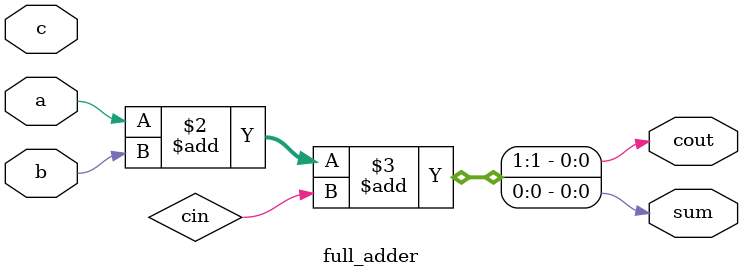
<source format=v>

module full_adder(
input a,b,c,
output reg sum,cout
    );
  always@(a or b or c) begin
    {cout,sum} = a + b+ cin;
  end
endmodule

</source>
